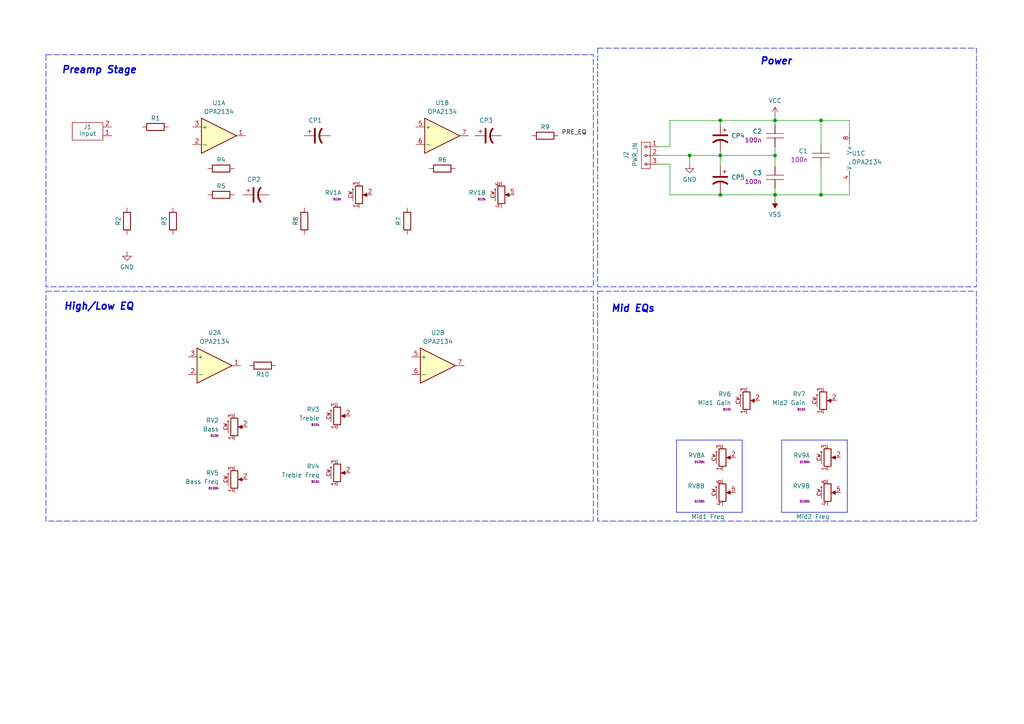
<source format=kicad_sch>
(kicad_sch (version 20230121) (generator eeschema)
  (paper "A4")
  (lib_symbols
    (symbol "Amplifier_Operational:OPA2134" (pin_names (offset 0.127))
      (property "Reference" "U" (at 0 5.08 0))
      (property "Value" "OPA2134" (at 0 -5.08 0))
      (symbol "OPA2134_1_1"
        (polyline (pts (xy -5.08 5.08) (xy 5.08 0) (xy -5.08 -5.08) (xy -5.08 5.08)) (stroke (width 0.254)) (fill (type background)))
        (pin output line (at 7.62 0 180) (length 2.54) (name "~") (number "1"))
        (pin input line (at -7.62 -2.54 0) (length 2.54) (name "-") (number "2"))
        (pin input line (at -7.62 2.54 0) (length 2.54) (name "+") (number "3"))
      )
      (symbol "OPA2134_2_1"
        (polyline (pts (xy -5.08 5.08) (xy 5.08 0) (xy -5.08 -5.08) (xy -5.08 5.08)) (stroke (width 0.254)) (fill (type background)))
        (pin input line (at -7.62 2.54 0) (length 2.54) (name "+") (number "5"))
        (pin input line (at -7.62 -2.54 0) (length 2.54) (name "-") (number "6"))
        (pin output line (at 7.62 0 180) (length 2.54) (name "~") (number "7"))
      )
      (symbol "OPA2134_3_1"
        (pin power_in line (at -2.54 -7.62 90) (length 3.81) (name "V-") (number "4"))
        (pin power_in line (at -2.54 7.62 270) (length 3.81) (name "V+") (number "8"))
      )
    )
    (symbol "Shulltronics_Connectors:3029_Connector_SL_2pos_RA" (pin_names (offset 1.016))
      (property "Reference" "J" (at 3.81 3.81 0))
      (property "Value" "3029_Connector_SL_2pos_RA" (at 6.35 -3.81 0))
      (symbol "3029_Connector_SL_2pos_RA_0_1"
        (rectangle (start 2.54 2.54) (end 11.43 -2.54))
      )
      (symbol "3029_Connector_SL_2pos_RA_1_1"
        (pin input line (at 0 1.27 0) (length 2.54) (name "~") (number "1"))
        (pin input line (at 0 -1.27 0) (length 2.54) (name "~") (number "2"))
      )
    )
    (symbol "Shulltronics_Connectors:3030_Connector_SL_3pos_Vert" (pin_names (offset 1.016))
      (property "Reference" "J" (at 3.81 5.08 0))
      (property "Value" "3030_Connector_SL_3pos_Vert" (at 0 -6.35 0))
      (symbol "3030_Connector_SL_3pos_Vert_0_1"
        (polyline (pts (xy 2.54 -2.54) (xy 3.81 -2.54)))
        (polyline (pts (xy 2.54 0) (xy 3.81 0)))
        (polyline (pts (xy 2.54 2.54) (xy 3.81 2.54)))
        (rectangle (start 2.54 3.81) (end 5.08 -3.81))
        (circle (center 3.81 -2.54) (radius 0.3556))
        (circle (center 3.81 0) (radius 0.3556))
        (circle (center 3.81 2.54) (radius 0.3556))
      )
      (symbol "3030_Connector_SL_3pos_Vert_1_1"
        (pin input line (at 0 2.54 0) (length 2.54) (name "~") (number "1"))
        (pin input line (at 0 0 0) (length 2.54) (name "~") (number "2"))
        (pin input line (at 0 -2.54 0) (length 2.54) (name "~") (number "3"))
      )
    )
    (symbol "Shulltronics_ElectroMechanical:4072_DualGang_Pot_B10k_RA" (pin_names (offset 1.016) hide)
      (property "Reference" "RV" (at -5.588 0 0))
      (property "Val" "B10k" (at 0 0 90))
      (symbol "4072_DualGang_Pot_B10k_RA_0_0"
        (polyline (pts (xy -1.778 1.778) (xy -2.032 1.524)))
        (polyline (pts (xy -1.778 -1.778) (xy -1.778 1.778) (xy -1.524 1.524)))
        (text "CW" (at -2.54 0 900) (effects (font (size 1 1) italic)))
      )
      (symbol "4072_DualGang_Pot_B10k_RA_0_1"
        (rectangle (start -1.016 2.54) (end 1.016 -2.54) (stroke (width 0.254)))
        (polyline (pts (xy 2.54 0) (xy 1.524 0)))
        (polyline (pts (xy 1.143 0) (xy 2.286 0.508) (xy 2.286 -0.508) (xy 1.143 0)) (fill (type outline)))
      )
      (symbol "4072_DualGang_Pot_B10k_RA_1_1"
        (pin passive line (at 0 -3.81 90) (length 1.27) (name "1") (number "1"))
        (pin passive line (at 3.81 0 180) (length 1.27) (name "2") (number "2"))
        (pin passive line (at 0 3.81 270) (length 1.27) (name "3") (number "3"))
      )
      (symbol "4072_DualGang_Pot_B10k_RA_2_1"
        (pin passive line (at 0 -3.81 90) (length 1.27) (name "4") (number "4"))
        (pin passive line (at 3.81 0 180) (length 1.27) (name "5") (number "5"))
        (pin passive line (at 0 3.81 270) (length 1.27) (name "6") (number "6"))
      )
    )
    (symbol "Shulltronics_ElectroMechanical:4073_DualGang_Pot_B100k_RA" (pin_names (offset 1.016) hide)
      (property "Reference" "RV" (at -5.588 0 0))
      (property "Val" "B100k" (at 0 0 90))
      (symbol "4073_DualGang_Pot_B100k_RA_0_0"
        (polyline (pts (xy -1.778 1.778) (xy -2.032 1.524)))
        (polyline (pts (xy -1.778 -1.778) (xy -1.778 1.778) (xy -1.524 1.524)))
        (text "CW" (at -2.54 0 900) (effects (font (size 1 1) italic)))
      )
      (symbol "4073_DualGang_Pot_B100k_RA_0_1"
        (rectangle (start -1.016 2.54) (end 1.016 -2.54) (stroke (width 0.254)))
        (polyline (pts (xy 2.54 0) (xy 1.524 0)))
        (polyline (pts (xy 1.143 0) (xy 2.286 0.508) (xy 2.286 -0.508) (xy 1.143 0)) (fill (type outline)))
      )
      (symbol "4073_DualGang_Pot_B100k_RA_1_1"
        (pin passive line (at 0 -3.81 90) (length 1.27) (name "1") (number "1"))
        (pin passive line (at 3.81 0 180) (length 1.27) (name "2") (number "2"))
        (pin passive line (at 0 3.81 270) (length 1.27) (name "3") (number "3"))
      )
      (symbol "4073_DualGang_Pot_B100k_RA_2_1"
        (pin passive line (at 0 -3.81 90) (length 1.27) (name "4") (number "4"))
        (pin passive line (at 3.81 0 180) (length 1.27) (name "5") (number "5"))
        (pin passive line (at 0 3.81 270) (length 1.27) (name "6") (number "6"))
      )
    )
    (symbol "Shulltronics_ElectroMechanical:4074_Pot_B10k_RA" (pin_names (offset 1.016) hide)
      (property "Reference" "RV" (at -5.588 0 0))
      (property "Val" "B10k" (at 0 0 90))
      (symbol "4074_Pot_B10k_RA_0_0"
        (polyline (pts (xy -1.778 1.778) (xy -2.032 1.524)))
        (polyline (pts (xy -1.778 -1.778) (xy -1.778 1.778) (xy -1.524 1.524)))
        (text "CW" (at -2.54 0 900) (effects (font (size 1 1) italic)))
      )
      (symbol "4074_Pot_B10k_RA_0_1"
        (rectangle (start -1.016 2.54) (end 1.016 -2.54) (stroke (width 0.254)))
        (polyline (pts (xy 2.54 0) (xy 1.524 0)))
        (polyline (pts (xy 1.143 0) (xy 2.286 0.508) (xy 2.286 -0.508) (xy 1.143 0)) (fill (type outline)))
      )
      (symbol "4074_Pot_B10k_RA_1_1"
        (pin passive line (at 0 -3.81 90) (length 1.27) (name "1") (number "1"))
        (pin passive line (at 3.81 0 180) (length 1.27) (name "2") (number "2"))
        (pin passive line (at 0 3.81 270) (length 1.27) (name "3") (number "3"))
      )
    )
    (symbol "Shulltronics_ElectroMechanical:4075_Pot_B100k_RA" (pin_names (offset 1.016) hide)
      (property "Reference" "RV" (at -5.588 0 0))
      (property "Val" "B100k" (at 0 0 90))
      (symbol "4075_Pot_B100k_RA_0_0"
        (polyline (pts (xy -1.778 1.778) (xy -2.032 1.524)))
        (polyline (pts (xy -1.778 -1.778) (xy -1.778 1.778) (xy -1.524 1.524)))
        (text "CW" (at -2.54 0 900) (effects (font (size 1 1) italic)))
      )
      (symbol "4075_Pot_B100k_RA_0_1"
        (rectangle (start -1.016 2.54) (end 1.016 -2.54) (stroke (width 0.254)))
        (polyline (pts (xy 2.54 0) (xy 1.524 0)))
        (polyline (pts (xy 1.143 0) (xy 2.286 0.508) (xy 2.286 -0.508) (xy 1.143 0)) (fill (type outline)))
      )
      (symbol "4075_Pot_B100k_RA_1_1"
        (pin passive line (at 0 -3.81 90) (length 1.27) (name "1") (number "1"))
        (pin passive line (at 3.81 0 180) (length 1.27) (name "2") (number "2"))
        (pin passive line (at 0 3.81 270) (length 1.27) (name "3") (number "3"))
      )
    )
    (symbol "Shulltronics_Passives:3004_Resistor_THT_475_0.25W_1%" (pin_numbers hide) (pin_names (offset 1.016))
      (property "Reference" "R" (at 0 0 0))
      (property "Value" "3004_Resistor_THT_475_0.25W_1%" (at 1.27 -11.43 0))
      (symbol "3004_Resistor_THT_475_0.25W_1%_1_1"
        (rectangle (start -1.016 -2.54) (end 1.016 2.54) (stroke (width 0.254)))
        (pin passive line (at 0 3.81 270) (length 1.27) (name "~") (number "1"))
        (pin passive line (at 0 -3.81 90) (length 1.27) (name "~") (number "2"))
      )
    )
    (symbol "Shulltronics_Passives:3010_Capacitor_0.1uF_25V_THT" (pin_numbers hide) (pin_names (offset 1.016) hide)
      (property "Reference" "C" (at -1.27 3.81 0))
      (property "Val" "100n" (at 3.81 -2.54 0))
      (symbol "3010_Capacitor_0.1uF_25V_THT_0_1"
        (polyline (pts (xy -1.27 -2.54) (xy -1.27 2.54)))
        (polyline (pts (xy 0 -1.27) (xy 0 -2.54)))
        (polyline (pts (xy 0 1.27) (xy 0 -1.27)))
        (polyline (pts (xy 0 1.27) (xy 0 2.54)))
      )
      (symbol "3010_Capacitor_0.1uF_25V_THT_1_1"
        (pin passive line (at -3.81 0 0) (length 2.54) (name "~") (number "1"))
        (pin passive line (at 2.54 0 180) (length 2.54) (name "~") (number "2"))
      )
    )
    (symbol "Shulltronics_Passives:3069_Cap_2.2uF_35V" (pin_numbers hide) (pin_names (offset 1.016))
      (property "Reference" "CP" (at -5.08 0 0))
      (symbol "3069_Cap_2.2uF_35V_1_1"
        (polyline (pts (xy -2.032 0.762) (xy 2.032 0.762)) (stroke (width 0.508)))
        (polyline (pts (xy 0.762 2.286) (xy 1.778 2.286)))
        (polyline (pts (xy 1.27 1.778) (xy 1.27 2.794)))
        (arc (start 2.032 -1.27) (mid 0 -0.5572) (end -2.032 -1.27) (stroke (width 0.508)))
        (pin passive line (at 0 3.81 270) (length 2.794) (name "~") (number "1"))
        (pin passive line (at 0 -3.81 90) (length 3.302) (name "~") (number "2"))
      )
    )
    (symbol "Shulltronics_Sch_Symbols:GND" (power) (pin_names (offset 0))
      (property "Value" "GND" (at 0 -3.81 0))
      (symbol "GND_0_1"
        (polyline (pts (xy 0 0) (xy 0 -1.27) (xy 1.27 -1.27) (xy 0 -2.54) (xy -1.27 -1.27) (xy 0 -1.27)))
      )
      (symbol "GND_1_1"
        (pin power_in line (at 0 0 270) (length 0) hide (name "GND") (number "1"))
      )
    )
    (symbol "Shulltronics_Sch_Symbols:VCC" (power) (pin_names (offset 0)) (in_bom no)
      (property "Value" "VCC" (at 0 3.81 0))
      (symbol "VCC_0_1"
        (polyline (pts (xy -0.762 1.27) (xy 0 2.54)))
        (polyline (pts (xy 0 0) (xy 0 2.54)))
        (polyline (pts (xy 0 2.54) (xy 0.762 1.27)))
      )
      (symbol "VCC_1_1"
        (pin power_in line (at 0 0 90) (length 0) hide (name "VCC") (number "1"))
      )
    )
    (symbol "Shulltronics_Sch_Symbols:VSS" (power) (pin_names (offset 0))
      (property "Value" "VSS" (at 0 3.81 0))
      (symbol "VSS_0_1"
        (polyline (pts (xy 0 0) (xy 0 2.54)))
        (polyline (pts (xy 0.762 1.27) (xy -0.762 1.27) (xy 0 2.54) (xy 0.762 1.27)) (fill (type outline)))
      )
      (symbol "VSS_1_1"
        (pin power_in line (at 0 0 90) (length 0) hide (name "VSS") (number "1"))
      )
    )
  )
  (junction (at 238.125 56.515))
  (junction (at 224.79 34.925))
  (junction (at 224.79 45.085))
  (junction (at 208.915 45.085))
  (junction (at 208.915 56.515))
  (junction (at 200.025 45.085))
  (junction (at 208.915 34.925))
  (junction (at 224.79 56.515))
  (junction (at 238.125 34.925))
  (wire (pts (xy 224.79 56.515) (xy 224.79 57.785)))
  (wire (pts (xy 224.79 33.655) (xy 224.79 34.925)))
  (wire (pts (xy 191.135 42.545) (xy 194.31 42.545)))
  (polyline (pts (xy 196.215 127.635) (xy 215.265 127.635)))
  (polyline (pts (xy 215.265 148.59) (xy 196.215 148.59)))
  (wire (pts (xy 246.38 34.925) (xy 246.38 38.1)))
  (wire (pts (xy 224.79 34.925) (xy 224.79 36.195)))
  (polyline (pts (xy 215.265 127.635) (xy 215.265 148.59)))
  (wire (pts (xy 238.125 34.925) (xy 238.125 41.91)))
  (wire (pts (xy 194.31 42.545) (xy 194.31 34.925)))
  (wire (pts (xy 224.79 34.925) (xy 238.125 34.925)))
  (wire (pts (xy 224.79 45.085) (xy 224.79 48.26)))
  (wire (pts (xy 191.135 47.625) (xy 194.31 47.625)))
  (polyline (pts (xy 196.215 137.16) (xy 196.215 148.59)))
  (wire (pts (xy 208.915 34.925) (xy 208.915 36.195)))
  (wire (pts (xy 194.31 56.515) (xy 208.915 56.515)))
  (wire (pts (xy 191.135 45.085) (xy 200.025 45.085)))
  (wire (pts (xy 208.915 43.815) (xy 208.915 45.085)))
  (wire (pts (xy 200.025 45.085) (xy 208.915 45.085)))
  (wire (pts (xy 208.915 34.925) (xy 224.79 34.925)))
  (wire (pts (xy 194.31 47.625) (xy 194.31 56.515)))
  (wire (pts (xy 246.38 53.34) (xy 246.38 56.515)))
  (wire (pts (xy 238.125 34.925) (xy 246.38 34.925)))
  (polyline (pts (xy 196.215 137.16) (xy 196.215 127.635)))
  (wire (pts (xy 208.915 56.515) (xy 224.79 56.515)))
  (wire (pts (xy 224.79 54.61) (xy 224.79 56.515)))
  (wire (pts (xy 224.79 56.515) (xy 238.125 56.515)))
  (wire (pts (xy 200.025 45.085) (xy 200.025 47.625)))
  (wire (pts (xy 238.125 56.515) (xy 246.38 56.515)))
  (wire (pts (xy 208.915 55.88) (xy 208.915 56.515)))
  (wire (pts (xy 208.915 45.085) (xy 208.915 48.26)))
  (polyline (pts (xy 226.695 127.635) (xy 245.745 127.635)))
  (wire (pts (xy 194.31 34.925) (xy 208.915 34.925)))
  (polyline (pts (xy 245.745 127.635) (xy 245.745 148.59)))
  (wire (pts (xy 208.915 45.085) (xy 224.79 45.085)))
  (polyline (pts (xy 245.745 148.59) (xy 226.695 148.59)))
  (polyline (pts (xy 226.695 137.16) (xy 226.695 127.635)))
  (wire (pts (xy 238.125 48.26) (xy 238.125 56.515)))
  (wire (pts (xy 224.79 42.545) (xy 224.79 45.085)))
  (polyline (pts (xy 226.695 137.16) (xy 226.695 148.59)))
  (rectangle (start 13.335 15.875) (end 172.085 83.185) (stroke (width 0) (type dash)))
  (rectangle (start 13.335 84.455) (end 172.085 151.13) (stroke (width 0) (type dash)))
  (rectangle (start 173.355 84.455) (end 283.21 151.13) (stroke (width 0) (type dash)))
  (rectangle (start 173.355 13.97) (end 283.21 83.185) (stroke (width 0) (type dash)))
  (text "Power" (at 220.345 19.05 0) (effects (font (size 2.032 2.032) (thickness 0.4064) bold italic) (justify left bottom)))
  (text "Mid EQs" (at 177.165 90.805 0) (effects (font (size 2.032 2.032) (thickness 0.4064) bold italic) (justify left bottom)))
  (text "Preamp Stage" (at 17.78 21.59 0) (effects (font (size 2.032 2.032) (thickness 0.4064) bold italic) (justify left bottom)))
  (text "High/Low EQ" (at 18.415 90.17 0) (effects (font (size 2.032 2.032) (thickness 0.4064) bold italic) (justify left bottom)))
  (label "PRE_EQ" (at 170.18 39.37 180))
  (symbol (lib_id "Shulltronics_Passives:3004_Resistor_THT_475_0.25W_1%") (at 64.135 56.515 90) (unit 1)
    (property "Reference" "R5" (at 64.135 53.975 90))
    (property "Value" "3004_Resistor_THT_475_0.25W_1%" (effects hide))
    (property "Footprint" "Shulltronics_Generics:RES_THT_7.62mm" (effects hide))
    (property "Datasheet" "https://www.yageo.com/upload/media/product/products/datasheet/lr/Yageo_LR_MFR_1.pdf" (effects hide))
  )
  (symbol (lib_id "Shulltronics_Passives:3004_Resistor_THT_475_0.25W_1%") (at 64.135 48.895 90) (unit 1)
    (property "Reference" "R4" (at 64.135 46.355 90))
    (property "Value" "3004_Resistor_THT_475_0.25W_1%" (effects hide))
    (property "Footprint" "Shulltronics_Generics:RES_THT_7.62mm" (effects hide))
    (property "Datasheet" "https://www.yageo.com/upload/media/product/products/datasheet/lr/Yageo_LR_MFR_1.pdf" (effects hide))
  )
  (symbol (lib_id "Shulltronics_ElectroMechanical:4075_Pot_B100k_RA") (at 67.945 139.065 0) (unit 1)
    (property "Reference" "RV5" (at 63.5 137.16 0) (effects (justify right)))
    (property "Value" "Bass Freq" (at 63.5 139.7 0) (effects (justify right)))
    (property "Footprint" "Shulltronics_ElectroMechanical:Bourns_PTD90_Pot_SG_PC_RA" (effects hide))
    (property "Datasheet" "https://www.bourns.com/docs/Product-Datasheets/PTD90.pdf" (effects hide))
    (property "SPN" "4075" (effects hide))
    (property "Val" "B100k" (at 63.5 141.605 0) (effects (font (size 0.635 0.635)) (justify right)))
  )
  (symbol (lib_id "Shulltronics_Passives:3004_Resistor_THT_475_0.25W_1%") (at 45.085 36.83 90) (unit 1)
    (property "Reference" "R1" (at 45.085 34.29 90))
    (property "Value" "3004_Resistor_THT_475_0.25W_1%" (effects hide))
    (property "Footprint" "Shulltronics_Generics:RES_THT_7.62mm" (effects hide))
    (property "Datasheet" "https://www.yageo.com/upload/media/product/products/datasheet/lr/Yageo_LR_MFR_1.pdf" (effects hide))
  )
  (symbol (lib_id "Shulltronics_Passives:3010_Capacitor_0.1uF_25V_THT") (at 224.79 52.07 270) (unit 1)
    (property "Reference" "C3" (at 220.98 50.165 90) (effects (justify right)))
    (property "Value" "3010_Capacitor_0.1uF_25V_THT" (effects hide))
    (property "Footprint" "Shulltronics_Generics:C_Radial_2.54mm_Vert" (effects hide))
    (property "Datasheet" "http://www.vishay.com/docs/45171/kseries.pdf" (effects hide))
    (property "SPN" "3010" (effects hide))
    (property "Val" "100n" (at 220.98 52.705 90) (effects (justify right)))
  )
  (symbol (lib_id "Amplifier_Operational:OPA2134") (at 62.23 106.045 0) (unit 1)
    (property "Reference" "U2" (at 62.23 96.52 0))
    (property "Value" "OPA2134" (at 62.23 99.06 0))
    (property "Datasheet" "http://www.ti.com/lit/ds/symlink/opa134.pdf" (effects hide))
  )
  (symbol (lib_id "Shulltronics_Passives:3010_Capacitor_0.1uF_25V_THT") (at 238.125 45.72 270) (unit 1)
    (property "Reference" "C1" (at 234.315 43.815 90) (effects (justify right)))
    (property "Value" "3010_Capacitor_0.1uF_25V_THT" (effects hide))
    (property "Footprint" "Shulltronics_Generics:C_Radial_2.54mm_Vert" (effects hide))
    (property "Datasheet" "http://www.vishay.com/docs/45171/kseries.pdf" (effects hide))
    (property "SPN" "3010" (effects hide))
    (property "Val" "100n" (at 234.315 46.355 90) (effects (justify right)))
  )
  (symbol (lib_id "Shulltronics_Passives:3004_Resistor_THT_475_0.25W_1%") (at 76.2 106.045 270) (unit 1)
    (property "Reference" "R10" (at 76.2 108.585 90))
    (property "Value" "3004_Resistor_THT_475_0.25W_1%" (effects hide))
    (property "Footprint" "Shulltronics_Generics:RES_THT_7.62mm" (effects hide))
    (property "Datasheet" "https://www.yageo.com/upload/media/product/products/datasheet/lr/Yageo_LR_MFR_1.pdf" (effects hide))
  )
  (symbol (lib_id "Shulltronics_Passives:3004_Resistor_THT_475_0.25W_1%") (at 50.165 64.135 180) (unit 1)
    (property "Reference" "R3" (at 47.625 64.135 90))
    (property "Value" "3004_Resistor_THT_475_0.25W_1%" (effects hide))
    (property "Footprint" "Shulltronics_Generics:RES_THT_7.62mm" (effects hide))
    (property "Datasheet" "https://www.yageo.com/upload/media/product/products/datasheet/lr/Yageo_LR_MFR_1.pdf" (effects hide))
  )
  (symbol (lib_id "Amplifier_Operational:OPA2134") (at 128.27 39.37 0) (unit 2)
    (property "Reference" "U1" (at 128.27 29.845 0))
    (property "Value" "OPA2134" (at 128.27 32.385 0))
    (property "Datasheet" "http://www.ti.com/lit/ds/symlink/opa134.pdf" (effects hide))
  )
  (symbol (lib_id "Shulltronics_ElectroMechanical:4072_DualGang_Pot_B10k_RA") (at 145.415 56.515 0) (unit 2)
    (property "Reference" "RV1" (at 140.97 55.88 0) (effects (justify right)))
    (property "Value" "4072_DualGang_Pot_B10k_RA" (effects hide))
    (property "Footprint" "Shulltronics_ElectroMechanical:4072_Pot_DG_PC_RA" (effects hide))
    (property "Datasheet" "https://smallbear-electronics.mybigcommerce.com/dual-gang-9mm-pc-mount/" (effects hide))
    (property "SPN" "4072" (effects hide))
    (property "Val" "B10k" (at 140.97 57.785 0) (effects (font (size 0.635 0.635)) (justify right)))
  )
  (symbol (lib_id "Shulltronics_ElectroMechanical:4074_Pot_B10k_RA") (at 97.79 120.65 0) (unit 1)
    (property "Reference" "RV3" (at 92.71 118.745 0) (effects (justify right)))
    (property "Value" "Treble" (at 92.71 121.285 0) (effects (justify right)))
    (property "Footprint" "Shulltronics_ElectroMechanical:Bourns_PTD90_Pot_SG_PC_RA" (effects hide))
    (property "Datasheet" "https://www.bourns.com/docs/Product-Datasheets/PTD90.pdf" (effects hide))
    (property "SPN" "4074" (effects hide))
    (property "Val" "B10k" (at 92.71 123.19 0) (effects (font (size 0.635 0.635)) (justify right)))
  )
  (symbol (lib_id "Shulltronics_Sch_Symbols:GND") (at 36.83 73.025 0) (unit 1)
    (property "Reference" "#PWR01" (effects hide))
    (property "Value" "GND" (at 36.83 77.47 0))
  )
  (symbol (lib_id "Shulltronics_ElectroMechanical:4074_Pot_B10k_RA") (at 67.945 123.825 0) (unit 1)
    (property "Reference" "RV2" (at 63.5 121.92 0) (effects (justify right)))
    (property "Value" "Bass" (at 63.5 124.46 0) (effects (justify right)))
    (property "Footprint" "Shulltronics_ElectroMechanical:Bourns_PTD90_Pot_SG_PC_RA" (effects hide))
    (property "Datasheet" "https://www.bourns.com/docs/Product-Datasheets/PTD90.pdf" (effects hide))
    (property "SPN" "4074" (effects hide))
    (property "Val" "B10k" (at 63.5 126.365 0) (effects (font (size 0.635 0.635)) (justify right)))
  )
  (symbol (lib_id "Shulltronics_ElectroMechanical:4073_DualGang_Pot_B100k_RA") (at 240.03 132.715 0) (unit 1)
    (property "Reference" "RV9" (at 234.95 132.08 0) (effects (justify right)))
    (property "Value" "Mid2 Freq" (effects hide))
    (property "Footprint" "Shulltronics_ElectroMechanical:Bourns_PTD90_Pot_DG_PC_RA" (effects hide))
    (property "Datasheet" "https://www.bourns.com/docs/Product-Datasheets/PTD90.pdf" (effects hide))
    (property "SPN" "4073" (effects hide))
    (property "Val" "B100k" (at 234.95 133.985 0) (effects (font (size 0.635 0.635)) (justify right)))
  )
  (symbol (lib_id "Shulltronics_Passives:3010_Capacitor_0.1uF_25V_THT") (at 224.79 40.005 270) (unit 1)
    (property "Reference" "C2" (at 220.98 38.1 90) (effects (justify right)))
    (property "Value" "3010_Capacitor_0.1uF_25V_THT" (effects hide))
    (property "Footprint" "Shulltronics_Generics:C_Radial_2.54mm_Vert" (effects hide))
    (property "Datasheet" "http://www.vishay.com/docs/45171/kseries.pdf" (effects hide))
    (property "SPN" "3010" (effects hide))
    (property "Val" "100n" (at 220.98 40.64 90) (effects (justify right)))
  )
  (symbol (lib_id "Shulltronics_Passives:3069_Cap_2.2uF_35V") (at 208.915 40.005 0) (unit 1)
    (property "Reference" "CP4" (at 212.09 39.37 0) (effects (justify left)))
    (property "Value" "3069_Cap_2.2uF_35V" (effects hide))
    (property "Footprint" "Shulltronics_Generics:CP_Radial_D3mm_P2mm_Vert" (effects hide))
    (property "Datasheet" "https://www.nichicon.co.jp/english/products/pdfs/e-uma.pdf" (effects hide))
  )
  (symbol (lib_id "Shulltronics_ElectroMechanical:4074_Pot_B10k_RA") (at 97.79 137.16 0) (unit 1)
    (property "Reference" "RV4" (at 92.71 135.255 0) (effects (justify right)))
    (property "Value" "Treble Freq" (at 92.71 137.795 0) (effects (justify right)))
    (property "Footprint" "Shulltronics_ElectroMechanical:Bourns_PTD90_Pot_SG_PC_RA" (effects hide))
    (property "Datasheet" "https://www.bourns.com/docs/Product-Datasheets/PTD90.pdf" (effects hide))
    (property "SPN" "4074" (effects hide))
    (property "Val" "B10k" (at 92.71 139.7 0) (effects (font (size 0.635 0.635)) (justify right)))
  )
  (symbol (lib_id "Shulltronics_Connectors:3029_Connector_SL_2pos_RA") (at 32.385 38.1 180) (unit 1)
    (property "Reference" "J1" (at 25.4 36.83 0))
    (property "Value" "Input" (at 25.4 38.735 0))
    (property "Footprint" "Shulltronics_Connectors:3029_Molex_SL_2pos_RA" (effects hide))
    (property "Datasheet" "https://www.molex.com/pdm_docs/ps/PS-70400.pdf" (effects hide))
  )
  (symbol (lib_id "Shulltronics_Sch_Symbols:GND") (at 200.025 47.625 0) (unit 1)
    (property "Reference" "#PWR04" (effects hide))
    (property "Value" "GND" (at 200.025 52.07 0))
  )
  (symbol (lib_id "Shulltronics_Passives:3004_Resistor_THT_475_0.25W_1%") (at 88.265 64.135 180) (unit 1)
    (property "Reference" "R8" (at 85.725 64.135 90))
    (property "Value" "3004_Resistor_THT_475_0.25W_1%" (effects hide))
    (property "Footprint" "Shulltronics_Generics:RES_THT_7.62mm" (effects hide))
    (property "Datasheet" "https://www.yageo.com/upload/media/product/products/datasheet/lr/Yageo_LR_MFR_1.pdf" (effects hide))
  )
  (symbol (lib_id "Shulltronics_ElectroMechanical:4073_DualGang_Pot_B100k_RA") (at 240.03 142.875 0) (unit 2)
    (property "Reference" "RV9" (at 234.95 140.97 0) (effects (justify right)))
    (property "Value" "Mid2 Freq" (at 240.665 149.86 0) (effects (justify right)))
    (property "Footprint" "Shulltronics_ElectroMechanical:Bourns_PTD90_Pot_DG_PC_RA" (effects hide))
    (property "Datasheet" "https://www.bourns.com/docs/Product-Datasheets/PTD90.pdf" (effects hide))
    (property "SPN" "4073" (effects hide))
    (property "Val" "B100k" (at 234.95 145.415 0) (effects (font (size 0.635 0.635)) (justify right)))
  )
  (symbol (lib_id "Amplifier_Operational:OPA2134") (at 127 106.045 0) (unit 2)
    (property "Reference" "U2" (at 127 96.52 0))
    (property "Value" "OPA2134" (at 127 99.06 0))
    (property "Datasheet" "http://www.ti.com/lit/ds/symlink/opa134.pdf" (effects hide))
  )
  (symbol (lib_id "Amplifier_Operational:OPA2134") (at 63.5 39.37 0) (unit 1)
    (property "Reference" "U1" (at 63.5 29.845 0))
    (property "Value" "OPA2134" (at 63.5 32.385 0))
    (property "Datasheet" "http://www.ti.com/lit/ds/symlink/opa134.pdf" (effects hide))
  )
  (symbol (lib_id "Shulltronics_ElectroMechanical:4073_DualGang_Pot_B100k_RA") (at 209.55 142.875 0) (unit 2)
    (property "Reference" "RV8" (at 204.47 140.97 0) (effects (justify right)))
    (property "Value" "Mid1 Freq" (at 210.185 149.86 0) (effects (justify right)))
    (property "Footprint" "Shulltronics_ElectroMechanical:Bourns_PTD90_Pot_DG_PC_RA" (effects hide))
    (property "Datasheet" "https://www.bourns.com/docs/Product-Datasheets/PTD90.pdf" (effects hide))
    (property "SPN" "4073" (effects hide))
    (property "Val" "B100k" (at 204.47 145.415 0) (effects (font (size 0.635 0.635)) (justify right)))
  )
  (symbol (lib_id "Shulltronics_Sch_Symbols:VSS") (at 224.79 57.785 180) (unit 1)
    (property "Reference" "#PWR03" (effects hide))
    (property "Value" "VSS" (at 224.79 62.23 0))
  )
  (symbol (lib_id "Shulltronics_ElectroMechanical:4073_DualGang_Pot_B100k_RA") (at 209.55 132.715 0) (unit 1)
    (property "Reference" "RV8" (at 204.47 132.08 0) (effects (justify right)))
    (property "Value" "Mid1 Freq" (effects hide))
    (property "Footprint" "Shulltronics_ElectroMechanical:Bourns_PTD90_Pot_DG_PC_RA" (effects hide))
    (property "Datasheet" "https://www.bourns.com/docs/Product-Datasheets/PTD90.pdf" (effects hide))
    (property "SPN" "4073" (effects hide))
    (property "Val" "B100k" (at 204.47 133.985 0) (effects (font (size 0.635 0.635)) (justify right)))
  )
  (symbol (lib_id "Shulltronics_Passives:3004_Resistor_THT_475_0.25W_1%") (at 118.11 64.135 180) (unit 1)
    (property "Reference" "R7" (at 115.57 64.135 90))
    (property "Value" "3004_Resistor_THT_475_0.25W_1%" (effects hide))
    (property "Footprint" "Shulltronics_Generics:RES_THT_7.62mm" (effects hide))
    (property "Datasheet" "https://www.yageo.com/upload/media/product/products/datasheet/lr/Yageo_LR_MFR_1.pdf" (effects hide))
  )
  (symbol (lib_id "Amplifier_Operational:OPA2134") (at 248.92 45.72 0) (unit 3)
    (property "Reference" "U1" (at 247.015 44.45 0) (effects (justify left)))
    (property "Value" "OPA2134" (at 247.015 46.99 0) (effects (justify left)))
    (property "Datasheet" "http://www.ti.com/lit/ds/symlink/opa134.pdf" (effects hide))
  )
  (symbol (lib_id "Shulltronics_Passives:3069_Cap_2.2uF_35V") (at 74.295 56.515 90) (unit 1)
    (property "Reference" "CP2" (at 73.66 52.07 90))
    (property "Value" "3069_Cap_2.2uF_35V" (effects hide))
    (property "Footprint" "Shulltronics_Generics:CP_Radial_D3mm_P2mm_Vert" (effects hide))
    (property "Datasheet" "https://www.nichicon.co.jp/english/products/pdfs/e-uma.pdf" (effects hide))
  )
  (symbol (lib_id "Shulltronics_ElectroMechanical:4074_Pot_B10k_RA") (at 216.535 116.205 0) (unit 1)
    (property "Reference" "RV6" (at 212.09 114.3 0) (effects (justify right)))
    (property "Value" "Mid1 Gain" (at 212.09 116.84 0) (effects (justify right)))
    (property "Footprint" "Shulltronics_ElectroMechanical:Bourns_PTD90_Pot_SG_PC_RA" (effects hide))
    (property "Datasheet" "https://www.bourns.com/docs/Product-Datasheets/PTD90.pdf" (effects hide))
    (property "SPN" "4074" (effects hide))
    (property "Val" "B10k" (at 212.09 118.745 0) (effects (font (size 0.635 0.635)) (justify right)))
  )
  (symbol (lib_id "Shulltronics_Sch_Symbols:VCC") (at 224.79 33.655 0) (unit 1) (in_bom no)
    (property "Reference" "#PWR02" (effects hide))
    (property "Value" "VCC" (at 224.79 29.21 0))
  )
  (symbol (lib_id "Shulltronics_ElectroMechanical:4074_Pot_B10k_RA") (at 238.76 116.205 0) (unit 1)
    (property "Reference" "RV7" (at 233.68 114.3 0) (effects (justify right)))
    (property "Value" "Mid2 Gain" (at 233.68 116.84 0) (effects (justify right)))
    (property "Footprint" "Shulltronics_ElectroMechanical:Bourns_PTD90_Pot_SG_PC_RA" (effects hide))
    (property "Datasheet" "https://www.bourns.com/docs/Product-Datasheets/PTD90.pdf" (effects hide))
    (property "SPN" "4074" (effects hide))
    (property "Val" "B10k" (at 233.68 118.745 0) (effects (font (size 0.635 0.635)) (justify right)))
  )
  (symbol (lib_id "Shulltronics_Passives:3004_Resistor_THT_475_0.25W_1%") (at 158.115 39.37 90) (unit 1)
    (property "Reference" "R9" (at 158.115 36.83 90))
    (property "Value" "3004_Resistor_THT_475_0.25W_1%" (effects hide))
    (property "Footprint" "Shulltronics_Generics:RES_THT_7.62mm" (effects hide))
    (property "Datasheet" "https://www.yageo.com/upload/media/product/products/datasheet/lr/Yageo_LR_MFR_1.pdf" (effects hide))
  )
  (symbol (lib_id "Shulltronics_Passives:3004_Resistor_THT_475_0.25W_1%") (at 128.27 48.895 90) (unit 1)
    (property "Reference" "R6" (at 128.27 46.355 90))
    (property "Value" "3004_Resistor_THT_475_0.25W_1%" (effects hide))
    (property "Footprint" "Shulltronics_Generics:RES_THT_7.62mm" (effects hide))
    (property "Datasheet" "https://www.yageo.com/upload/media/product/products/datasheet/lr/Yageo_LR_MFR_1.pdf" (effects hide))
  )
  (symbol (lib_id "Shulltronics_Connectors:3030_Connector_SL_3pos_Vert") (at 191.135 45.085 0) (mirror y) (unit 1)
    (property "Reference" "J2" (at 181.61 43.815 90) (effects (justify right)))
    (property "Value" "PWR_IN" (at 184.15 41.275 90) (effects (justify right)))
    (property "Footprint" "Shulltronics_Connectors:3030_Molex_SL_3pos_Vert" (effects hide))
  )
  (symbol (lib_id "Shulltronics_Passives:3069_Cap_2.2uF_35V") (at 208.915 52.07 0) (unit 1)
    (property "Reference" "CP5" (at 212.09 51.435 0) (effects (justify left)))
    (property "Value" "3069_Cap_2.2uF_35V" (effects hide))
    (property "Footprint" "Shulltronics_Generics:CP_Radial_D3mm_P2mm_Vert" (effects hide))
    (property "Datasheet" "https://www.nichicon.co.jp/english/products/pdfs/e-uma.pdf" (effects hide))
  )
  (symbol (lib_id "Shulltronics_Passives:3069_Cap_2.2uF_35V") (at 141.605 39.37 90) (unit 1)
    (property "Reference" "CP3" (at 140.97 34.925 90))
    (property "Value" "3069_Cap_2.2uF_35V" (effects hide))
    (property "Footprint" "Shulltronics_Generics:CP_Radial_D3mm_P2mm_Vert" (effects hide))
    (property "Datasheet" "https://www.nichicon.co.jp/english/products/pdfs/e-uma.pdf" (effects hide))
  )
  (symbol (lib_id "Shulltronics_Passives:3004_Resistor_THT_475_0.25W_1%") (at 36.83 64.135 180) (unit 1)
    (property "Reference" "R2" (at 34.29 64.135 90))
    (property "Value" "3004_Resistor_THT_475_0.25W_1%" (effects hide))
    (property "Footprint" "Shulltronics_Generics:RES_THT_7.62mm" (effects hide))
    (property "Datasheet" "https://www.yageo.com/upload/media/product/products/datasheet/lr/Yageo_LR_MFR_1.pdf" (effects hide))
  )
  (symbol (lib_id "Shulltronics_Passives:3069_Cap_2.2uF_35V") (at 92.075 39.37 90) (unit 1)
    (property "Reference" "CP1" (at 91.44 34.925 90))
    (property "Value" "3069_Cap_2.2uF_35V" (effects hide))
    (property "Footprint" "Shulltronics_Generics:CP_Radial_D3mm_P2mm_Vert" (effects hide))
    (property "Datasheet" "https://www.nichicon.co.jp/english/products/pdfs/e-uma.pdf" (effects hide))
  )
  (symbol (lib_id "Shulltronics_ElectroMechanical:4072_DualGang_Pot_B10k_RA") (at 104.14 56.515 0) (unit 1)
    (property "Reference" "RV1" (at 99.06 55.88 0) (effects (justify right)))
    (property "Value" "4072_DualGang_Pot_B10k_RA" (effects hide))
    (property "Footprint" "Shulltronics_ElectroMechanical:4072_Pot_DG_PC_RA" (effects hide))
    (property "Datasheet" "https://smallbear-electronics.mybigcommerce.com/dual-gang-9mm-pc-mount/" (effects hide))
    (property "SPN" "4072" (effects hide))
    (property "Val" "B10k" (at 99.06 57.785 0) (effects (font (size 0.635 0.635)) (justify right)))
  )
)
</source>
